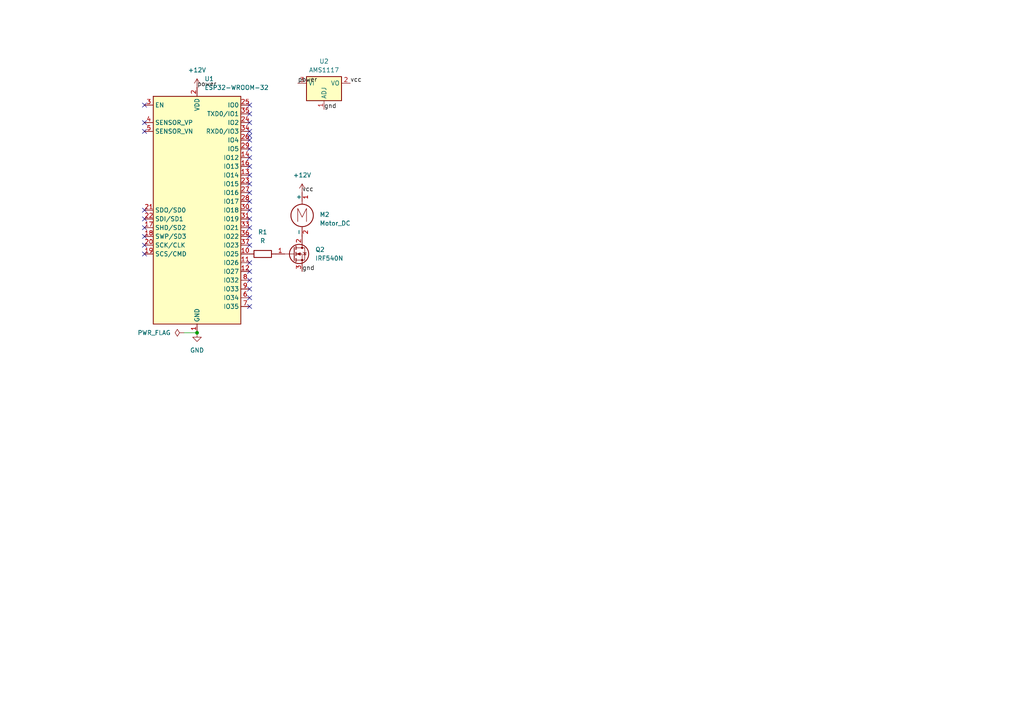
<source format=kicad_sch>
(kicad_sch
	(version 20250114)
	(generator "eeschema")
	(generator_version "9.0")
	(uuid "5505bf40-1627-4af4-8ec9-04f857d68b42")
	(paper "A4")
	(lib_symbols
		(symbol "Device:R"
			(pin_numbers
				(hide yes)
			)
			(pin_names
				(offset 0)
			)
			(exclude_from_sim no)
			(in_bom yes)
			(on_board yes)
			(property "Reference" "R"
				(at 2.032 0 90)
				(effects
					(font
						(size 1.27 1.27)
					)
				)
			)
			(property "Value" "R"
				(at 0 0 90)
				(effects
					(font
						(size 1.27 1.27)
					)
				)
			)
			(property "Footprint" ""
				(at -1.778 0 90)
				(effects
					(font
						(size 1.27 1.27)
					)
					(hide yes)
				)
			)
			(property "Datasheet" "~"
				(at 0 0 0)
				(effects
					(font
						(size 1.27 1.27)
					)
					(hide yes)
				)
			)
			(property "Description" "Resistor"
				(at 0 0 0)
				(effects
					(font
						(size 1.27 1.27)
					)
					(hide yes)
				)
			)
			(property "ki_keywords" "R res resistor"
				(at 0 0 0)
				(effects
					(font
						(size 1.27 1.27)
					)
					(hide yes)
				)
			)
			(property "ki_fp_filters" "R_*"
				(at 0 0 0)
				(effects
					(font
						(size 1.27 1.27)
					)
					(hide yes)
				)
			)
			(symbol "R_0_1"
				(rectangle
					(start -1.016 -2.54)
					(end 1.016 2.54)
					(stroke
						(width 0.254)
						(type default)
					)
					(fill
						(type none)
					)
				)
			)
			(symbol "R_1_1"
				(pin passive line
					(at 0 3.81 270)
					(length 1.27)
					(name "~"
						(effects
							(font
								(size 1.27 1.27)
							)
						)
					)
					(number "1"
						(effects
							(font
								(size 1.27 1.27)
							)
						)
					)
				)
				(pin passive line
					(at 0 -3.81 90)
					(length 1.27)
					(name "~"
						(effects
							(font
								(size 1.27 1.27)
							)
						)
					)
					(number "2"
						(effects
							(font
								(size 1.27 1.27)
							)
						)
					)
				)
			)
			(embedded_fonts no)
		)
		(symbol "Motor:Motor_DC"
			(pin_names
				(offset 0)
			)
			(exclude_from_sim no)
			(in_bom yes)
			(on_board yes)
			(property "Reference" "M"
				(at 2.54 2.54 0)
				(effects
					(font
						(size 1.27 1.27)
					)
					(justify left)
				)
			)
			(property "Value" "Motor_DC"
				(at 2.54 -5.08 0)
				(effects
					(font
						(size 1.27 1.27)
					)
					(justify left top)
				)
			)
			(property "Footprint" ""
				(at 0 -2.286 0)
				(effects
					(font
						(size 1.27 1.27)
					)
					(hide yes)
				)
			)
			(property "Datasheet" "~"
				(at 0 -2.286 0)
				(effects
					(font
						(size 1.27 1.27)
					)
					(hide yes)
				)
			)
			(property "Description" "DC Motor"
				(at 0 0 0)
				(effects
					(font
						(size 1.27 1.27)
					)
					(hide yes)
				)
			)
			(property "ki_keywords" "DC Motor"
				(at 0 0 0)
				(effects
					(font
						(size 1.27 1.27)
					)
					(hide yes)
				)
			)
			(property "ki_fp_filters" "PinHeader*P2.54mm* TerminalBlock*"
				(at 0 0 0)
				(effects
					(font
						(size 1.27 1.27)
					)
					(hide yes)
				)
			)
			(symbol "Motor_DC_0_0"
				(polyline
					(pts
						(xy -1.27 -3.302) (xy -1.27 0.508) (xy 0 -2.032) (xy 1.27 0.508) (xy 1.27 -3.302)
					)
					(stroke
						(width 0)
						(type default)
					)
					(fill
						(type none)
					)
				)
			)
			(symbol "Motor_DC_0_1"
				(polyline
					(pts
						(xy 0 2.032) (xy 0 2.54)
					)
					(stroke
						(width 0)
						(type default)
					)
					(fill
						(type none)
					)
				)
				(polyline
					(pts
						(xy 0 1.7272) (xy 0 2.0828)
					)
					(stroke
						(width 0)
						(type default)
					)
					(fill
						(type none)
					)
				)
				(circle
					(center 0 -1.524)
					(radius 3.2512)
					(stroke
						(width 0.254)
						(type default)
					)
					(fill
						(type none)
					)
				)
				(polyline
					(pts
						(xy 0 -4.7752) (xy 0 -5.1816)
					)
					(stroke
						(width 0)
						(type default)
					)
					(fill
						(type none)
					)
				)
				(polyline
					(pts
						(xy 0 -7.62) (xy 0 -7.112)
					)
					(stroke
						(width 0)
						(type default)
					)
					(fill
						(type none)
					)
				)
			)
			(symbol "Motor_DC_1_1"
				(pin passive line
					(at 0 5.08 270)
					(length 2.54)
					(name "+"
						(effects
							(font
								(size 1.27 1.27)
							)
						)
					)
					(number "1"
						(effects
							(font
								(size 1.27 1.27)
							)
						)
					)
				)
				(pin passive line
					(at 0 -7.62 90)
					(length 2.54)
					(name "-"
						(effects
							(font
								(size 1.27 1.27)
							)
						)
					)
					(number "2"
						(effects
							(font
								(size 1.27 1.27)
							)
						)
					)
				)
			)
			(embedded_fonts no)
		)
		(symbol "RF_Module:ESP32-WROOM-32"
			(exclude_from_sim no)
			(in_bom yes)
			(on_board yes)
			(property "Reference" "U"
				(at -12.7 34.29 0)
				(effects
					(font
						(size 1.27 1.27)
					)
					(justify left)
				)
			)
			(property "Value" "ESP32-WROOM-32"
				(at 1.27 34.29 0)
				(effects
					(font
						(size 1.27 1.27)
					)
					(justify left)
				)
			)
			(property "Footprint" "RF_Module:ESP32-WROOM-32"
				(at 0 -38.1 0)
				(effects
					(font
						(size 1.27 1.27)
					)
					(hide yes)
				)
			)
			(property "Datasheet" "https://www.espressif.com/sites/default/files/documentation/esp32-wroom-32_datasheet_en.pdf"
				(at -7.62 1.27 0)
				(effects
					(font
						(size 1.27 1.27)
					)
					(hide yes)
				)
			)
			(property "Description" "RF Module, ESP32-D0WDQ6 SoC, Wi-Fi 802.11b/g/n, Bluetooth, BLE, 32-bit, 2.7-3.6V, onboard antenna, SMD"
				(at 0 0 0)
				(effects
					(font
						(size 1.27 1.27)
					)
					(hide yes)
				)
			)
			(property "ki_keywords" "RF Radio BT ESP ESP32 Espressif onboard PCB antenna"
				(at 0 0 0)
				(effects
					(font
						(size 1.27 1.27)
					)
					(hide yes)
				)
			)
			(property "ki_fp_filters" "ESP32?WROOM?32*"
				(at 0 0 0)
				(effects
					(font
						(size 1.27 1.27)
					)
					(hide yes)
				)
			)
			(symbol "ESP32-WROOM-32_0_1"
				(rectangle
					(start -12.7 33.02)
					(end 12.7 -33.02)
					(stroke
						(width 0.254)
						(type default)
					)
					(fill
						(type background)
					)
				)
			)
			(symbol "ESP32-WROOM-32_1_1"
				(pin input line
					(at -15.24 30.48 0)
					(length 2.54)
					(name "EN"
						(effects
							(font
								(size 1.27 1.27)
							)
						)
					)
					(number "3"
						(effects
							(font
								(size 1.27 1.27)
							)
						)
					)
				)
				(pin input line
					(at -15.24 25.4 0)
					(length 2.54)
					(name "SENSOR_VP"
						(effects
							(font
								(size 1.27 1.27)
							)
						)
					)
					(number "4"
						(effects
							(font
								(size 1.27 1.27)
							)
						)
					)
				)
				(pin input line
					(at -15.24 22.86 0)
					(length 2.54)
					(name "SENSOR_VN"
						(effects
							(font
								(size 1.27 1.27)
							)
						)
					)
					(number "5"
						(effects
							(font
								(size 1.27 1.27)
							)
						)
					)
				)
				(pin bidirectional line
					(at -15.24 0 0)
					(length 2.54)
					(name "SDO/SD0"
						(effects
							(font
								(size 1.27 1.27)
							)
						)
					)
					(number "21"
						(effects
							(font
								(size 1.27 1.27)
							)
						)
					)
				)
				(pin bidirectional line
					(at -15.24 -2.54 0)
					(length 2.54)
					(name "SDI/SD1"
						(effects
							(font
								(size 1.27 1.27)
							)
						)
					)
					(number "22"
						(effects
							(font
								(size 1.27 1.27)
							)
						)
					)
				)
				(pin bidirectional line
					(at -15.24 -5.08 0)
					(length 2.54)
					(name "SHD/SD2"
						(effects
							(font
								(size 1.27 1.27)
							)
						)
					)
					(number "17"
						(effects
							(font
								(size 1.27 1.27)
							)
						)
					)
				)
				(pin bidirectional line
					(at -15.24 -7.62 0)
					(length 2.54)
					(name "SWP/SD3"
						(effects
							(font
								(size 1.27 1.27)
							)
						)
					)
					(number "18"
						(effects
							(font
								(size 1.27 1.27)
							)
						)
					)
				)
				(pin bidirectional line
					(at -15.24 -10.16 0)
					(length 2.54)
					(name "SCK/CLK"
						(effects
							(font
								(size 1.27 1.27)
							)
						)
					)
					(number "20"
						(effects
							(font
								(size 1.27 1.27)
							)
						)
					)
				)
				(pin bidirectional line
					(at -15.24 -12.7 0)
					(length 2.54)
					(name "SCS/CMD"
						(effects
							(font
								(size 1.27 1.27)
							)
						)
					)
					(number "19"
						(effects
							(font
								(size 1.27 1.27)
							)
						)
					)
				)
				(pin no_connect line
					(at -12.7 -27.94 0)
					(length 2.54)
					(hide yes)
					(name "NC"
						(effects
							(font
								(size 1.27 1.27)
							)
						)
					)
					(number "32"
						(effects
							(font
								(size 1.27 1.27)
							)
						)
					)
				)
				(pin power_in line
					(at 0 35.56 270)
					(length 2.54)
					(name "VDD"
						(effects
							(font
								(size 1.27 1.27)
							)
						)
					)
					(number "2"
						(effects
							(font
								(size 1.27 1.27)
							)
						)
					)
				)
				(pin power_in line
					(at 0 -35.56 90)
					(length 2.54)
					(name "GND"
						(effects
							(font
								(size 1.27 1.27)
							)
						)
					)
					(number "1"
						(effects
							(font
								(size 1.27 1.27)
							)
						)
					)
				)
				(pin passive line
					(at 0 -35.56 90)
					(length 2.54)
					(hide yes)
					(name "GND"
						(effects
							(font
								(size 1.27 1.27)
							)
						)
					)
					(number "15"
						(effects
							(font
								(size 1.27 1.27)
							)
						)
					)
				)
				(pin passive line
					(at 0 -35.56 90)
					(length 2.54)
					(hide yes)
					(name "GND"
						(effects
							(font
								(size 1.27 1.27)
							)
						)
					)
					(number "38"
						(effects
							(font
								(size 1.27 1.27)
							)
						)
					)
				)
				(pin passive line
					(at 0 -35.56 90)
					(length 2.54)
					(hide yes)
					(name "GND"
						(effects
							(font
								(size 1.27 1.27)
							)
						)
					)
					(number "39"
						(effects
							(font
								(size 1.27 1.27)
							)
						)
					)
				)
				(pin bidirectional line
					(at 15.24 30.48 180)
					(length 2.54)
					(name "IO0"
						(effects
							(font
								(size 1.27 1.27)
							)
						)
					)
					(number "25"
						(effects
							(font
								(size 1.27 1.27)
							)
						)
					)
				)
				(pin bidirectional line
					(at 15.24 27.94 180)
					(length 2.54)
					(name "TXD0/IO1"
						(effects
							(font
								(size 1.27 1.27)
							)
						)
					)
					(number "35"
						(effects
							(font
								(size 1.27 1.27)
							)
						)
					)
				)
				(pin bidirectional line
					(at 15.24 25.4 180)
					(length 2.54)
					(name "IO2"
						(effects
							(font
								(size 1.27 1.27)
							)
						)
					)
					(number "24"
						(effects
							(font
								(size 1.27 1.27)
							)
						)
					)
				)
				(pin bidirectional line
					(at 15.24 22.86 180)
					(length 2.54)
					(name "RXD0/IO3"
						(effects
							(font
								(size 1.27 1.27)
							)
						)
					)
					(number "34"
						(effects
							(font
								(size 1.27 1.27)
							)
						)
					)
				)
				(pin bidirectional line
					(at 15.24 20.32 180)
					(length 2.54)
					(name "IO4"
						(effects
							(font
								(size 1.27 1.27)
							)
						)
					)
					(number "26"
						(effects
							(font
								(size 1.27 1.27)
							)
						)
					)
				)
				(pin bidirectional line
					(at 15.24 17.78 180)
					(length 2.54)
					(name "IO5"
						(effects
							(font
								(size 1.27 1.27)
							)
						)
					)
					(number "29"
						(effects
							(font
								(size 1.27 1.27)
							)
						)
					)
				)
				(pin bidirectional line
					(at 15.24 15.24 180)
					(length 2.54)
					(name "IO12"
						(effects
							(font
								(size 1.27 1.27)
							)
						)
					)
					(number "14"
						(effects
							(font
								(size 1.27 1.27)
							)
						)
					)
				)
				(pin bidirectional line
					(at 15.24 12.7 180)
					(length 2.54)
					(name "IO13"
						(effects
							(font
								(size 1.27 1.27)
							)
						)
					)
					(number "16"
						(effects
							(font
								(size 1.27 1.27)
							)
						)
					)
				)
				(pin bidirectional line
					(at 15.24 10.16 180)
					(length 2.54)
					(name "IO14"
						(effects
							(font
								(size 1.27 1.27)
							)
						)
					)
					(number "13"
						(effects
							(font
								(size 1.27 1.27)
							)
						)
					)
				)
				(pin bidirectional line
					(at 15.24 7.62 180)
					(length 2.54)
					(name "IO15"
						(effects
							(font
								(size 1.27 1.27)
							)
						)
					)
					(number "23"
						(effects
							(font
								(size 1.27 1.27)
							)
						)
					)
				)
				(pin bidirectional line
					(at 15.24 5.08 180)
					(length 2.54)
					(name "IO16"
						(effects
							(font
								(size 1.27 1.27)
							)
						)
					)
					(number "27"
						(effects
							(font
								(size 1.27 1.27)
							)
						)
					)
				)
				(pin bidirectional line
					(at 15.24 2.54 180)
					(length 2.54)
					(name "IO17"
						(effects
							(font
								(size 1.27 1.27)
							)
						)
					)
					(number "28"
						(effects
							(font
								(size 1.27 1.27)
							)
						)
					)
				)
				(pin bidirectional line
					(at 15.24 0 180)
					(length 2.54)
					(name "IO18"
						(effects
							(font
								(size 1.27 1.27)
							)
						)
					)
					(number "30"
						(effects
							(font
								(size 1.27 1.27)
							)
						)
					)
				)
				(pin bidirectional line
					(at 15.24 -2.54 180)
					(length 2.54)
					(name "IO19"
						(effects
							(font
								(size 1.27 1.27)
							)
						)
					)
					(number "31"
						(effects
							(font
								(size 1.27 1.27)
							)
						)
					)
				)
				(pin bidirectional line
					(at 15.24 -5.08 180)
					(length 2.54)
					(name "IO21"
						(effects
							(font
								(size 1.27 1.27)
							)
						)
					)
					(number "33"
						(effects
							(font
								(size 1.27 1.27)
							)
						)
					)
				)
				(pin bidirectional line
					(at 15.24 -7.62 180)
					(length 2.54)
					(name "IO22"
						(effects
							(font
								(size 1.27 1.27)
							)
						)
					)
					(number "36"
						(effects
							(font
								(size 1.27 1.27)
							)
						)
					)
				)
				(pin bidirectional line
					(at 15.24 -10.16 180)
					(length 2.54)
					(name "IO23"
						(effects
							(font
								(size 1.27 1.27)
							)
						)
					)
					(number "37"
						(effects
							(font
								(size 1.27 1.27)
							)
						)
					)
				)
				(pin bidirectional line
					(at 15.24 -12.7 180)
					(length 2.54)
					(name "IO25"
						(effects
							(font
								(size 1.27 1.27)
							)
						)
					)
					(number "10"
						(effects
							(font
								(size 1.27 1.27)
							)
						)
					)
				)
				(pin bidirectional line
					(at 15.24 -15.24 180)
					(length 2.54)
					(name "IO26"
						(effects
							(font
								(size 1.27 1.27)
							)
						)
					)
					(number "11"
						(effects
							(font
								(size 1.27 1.27)
							)
						)
					)
				)
				(pin bidirectional line
					(at 15.24 -17.78 180)
					(length 2.54)
					(name "IO27"
						(effects
							(font
								(size 1.27 1.27)
							)
						)
					)
					(number "12"
						(effects
							(font
								(size 1.27 1.27)
							)
						)
					)
				)
				(pin bidirectional line
					(at 15.24 -20.32 180)
					(length 2.54)
					(name "IO32"
						(effects
							(font
								(size 1.27 1.27)
							)
						)
					)
					(number "8"
						(effects
							(font
								(size 1.27 1.27)
							)
						)
					)
				)
				(pin bidirectional line
					(at 15.24 -22.86 180)
					(length 2.54)
					(name "IO33"
						(effects
							(font
								(size 1.27 1.27)
							)
						)
					)
					(number "9"
						(effects
							(font
								(size 1.27 1.27)
							)
						)
					)
				)
				(pin input line
					(at 15.24 -25.4 180)
					(length 2.54)
					(name "IO34"
						(effects
							(font
								(size 1.27 1.27)
							)
						)
					)
					(number "6"
						(effects
							(font
								(size 1.27 1.27)
							)
						)
					)
				)
				(pin input line
					(at 15.24 -27.94 180)
					(length 2.54)
					(name "IO35"
						(effects
							(font
								(size 1.27 1.27)
							)
						)
					)
					(number "7"
						(effects
							(font
								(size 1.27 1.27)
							)
						)
					)
				)
			)
			(embedded_fonts no)
		)
		(symbol "Regulator_Linear:AMS1117"
			(exclude_from_sim no)
			(in_bom yes)
			(on_board yes)
			(property "Reference" "U"
				(at -3.81 3.175 0)
				(effects
					(font
						(size 1.27 1.27)
					)
				)
			)
			(property "Value" "AMS1117"
				(at 0 3.175 0)
				(effects
					(font
						(size 1.27 1.27)
					)
					(justify left)
				)
			)
			(property "Footprint" "Package_TO_SOT_SMD:SOT-223-3_TabPin2"
				(at 0 5.08 0)
				(effects
					(font
						(size 1.27 1.27)
					)
					(hide yes)
				)
			)
			(property "Datasheet" "http://www.advanced-monolithic.com/pdf/ds1117.pdf"
				(at 2.54 -6.35 0)
				(effects
					(font
						(size 1.27 1.27)
					)
					(hide yes)
				)
			)
			(property "Description" "1A Low Dropout regulator, positive, adjustable output, SOT-223"
				(at 0 0 0)
				(effects
					(font
						(size 1.27 1.27)
					)
					(hide yes)
				)
			)
			(property "ki_keywords" "linear regulator ldo adjustable positive"
				(at 0 0 0)
				(effects
					(font
						(size 1.27 1.27)
					)
					(hide yes)
				)
			)
			(property "ki_fp_filters" "SOT?223*TabPin2*"
				(at 0 0 0)
				(effects
					(font
						(size 1.27 1.27)
					)
					(hide yes)
				)
			)
			(symbol "AMS1117_0_1"
				(rectangle
					(start -5.08 -5.08)
					(end 5.08 1.905)
					(stroke
						(width 0.254)
						(type default)
					)
					(fill
						(type background)
					)
				)
			)
			(symbol "AMS1117_1_1"
				(pin power_in line
					(at -7.62 0 0)
					(length 2.54)
					(name "VI"
						(effects
							(font
								(size 1.27 1.27)
							)
						)
					)
					(number "3"
						(effects
							(font
								(size 1.27 1.27)
							)
						)
					)
				)
				(pin input line
					(at 0 -7.62 90)
					(length 2.54)
					(name "ADJ"
						(effects
							(font
								(size 1.27 1.27)
							)
						)
					)
					(number "1"
						(effects
							(font
								(size 1.27 1.27)
							)
						)
					)
				)
				(pin power_out line
					(at 7.62 0 180)
					(length 2.54)
					(name "VO"
						(effects
							(font
								(size 1.27 1.27)
							)
						)
					)
					(number "2"
						(effects
							(font
								(size 1.27 1.27)
							)
						)
					)
				)
			)
			(embedded_fonts no)
		)
		(symbol "Transistor_FET:IRF540N"
			(pin_names
				(hide yes)
			)
			(exclude_from_sim no)
			(in_bom yes)
			(on_board yes)
			(property "Reference" "Q"
				(at 5.08 1.905 0)
				(effects
					(font
						(size 1.27 1.27)
					)
					(justify left)
				)
			)
			(property "Value" "IRF540N"
				(at 5.08 0 0)
				(effects
					(font
						(size 1.27 1.27)
					)
					(justify left)
				)
			)
			(property "Footprint" "Package_TO_SOT_THT:TO-220-3_Vertical"
				(at 5.08 -1.905 0)
				(effects
					(font
						(size 1.27 1.27)
						(italic yes)
					)
					(justify left)
					(hide yes)
				)
			)
			(property "Datasheet" "http://www.irf.com/product-info/datasheets/data/irf540n.pdf"
				(at 5.08 -3.81 0)
				(effects
					(font
						(size 1.27 1.27)
					)
					(justify left)
					(hide yes)
				)
			)
			(property "Description" "33A Id, 100V Vds, HEXFET N-Channel MOSFET, TO-220"
				(at 0 0 0)
				(effects
					(font
						(size 1.27 1.27)
					)
					(hide yes)
				)
			)
			(property "ki_keywords" "HEXFET N-Channel MOSFET"
				(at 0 0 0)
				(effects
					(font
						(size 1.27 1.27)
					)
					(hide yes)
				)
			)
			(property "ki_fp_filters" "TO?220*"
				(at 0 0 0)
				(effects
					(font
						(size 1.27 1.27)
					)
					(hide yes)
				)
			)
			(symbol "IRF540N_0_1"
				(polyline
					(pts
						(xy 0.254 1.905) (xy 0.254 -1.905)
					)
					(stroke
						(width 0.254)
						(type default)
					)
					(fill
						(type none)
					)
				)
				(polyline
					(pts
						(xy 0.254 0) (xy -2.54 0)
					)
					(stroke
						(width 0)
						(type default)
					)
					(fill
						(type none)
					)
				)
				(polyline
					(pts
						(xy 0.762 2.286) (xy 0.762 1.27)
					)
					(stroke
						(width 0.254)
						(type default)
					)
					(fill
						(type none)
					)
				)
				(polyline
					(pts
						(xy 0.762 0.508) (xy 0.762 -0.508)
					)
					(stroke
						(width 0.254)
						(type default)
					)
					(fill
						(type none)
					)
				)
				(polyline
					(pts
						(xy 0.762 -1.27) (xy 0.762 -2.286)
					)
					(stroke
						(width 0.254)
						(type default)
					)
					(fill
						(type none)
					)
				)
				(polyline
					(pts
						(xy 0.762 -1.778) (xy 3.302 -1.778) (xy 3.302 1.778) (xy 0.762 1.778)
					)
					(stroke
						(width 0)
						(type default)
					)
					(fill
						(type none)
					)
				)
				(polyline
					(pts
						(xy 1.016 0) (xy 2.032 0.381) (xy 2.032 -0.381) (xy 1.016 0)
					)
					(stroke
						(width 0)
						(type default)
					)
					(fill
						(type outline)
					)
				)
				(circle
					(center 1.651 0)
					(radius 2.794)
					(stroke
						(width 0.254)
						(type default)
					)
					(fill
						(type none)
					)
				)
				(polyline
					(pts
						(xy 2.54 2.54) (xy 2.54 1.778)
					)
					(stroke
						(width 0)
						(type default)
					)
					(fill
						(type none)
					)
				)
				(circle
					(center 2.54 1.778)
					(radius 0.254)
					(stroke
						(width 0)
						(type default)
					)
					(fill
						(type outline)
					)
				)
				(circle
					(center 2.54 -1.778)
					(radius 0.254)
					(stroke
						(width 0)
						(type default)
					)
					(fill
						(type outline)
					)
				)
				(polyline
					(pts
						(xy 2.54 -2.54) (xy 2.54 0) (xy 0.762 0)
					)
					(stroke
						(width 0)
						(type default)
					)
					(fill
						(type none)
					)
				)
				(polyline
					(pts
						(xy 2.794 0.508) (xy 2.921 0.381) (xy 3.683 0.381) (xy 3.81 0.254)
					)
					(stroke
						(width 0)
						(type default)
					)
					(fill
						(type none)
					)
				)
				(polyline
					(pts
						(xy 3.302 0.381) (xy 2.921 -0.254) (xy 3.683 -0.254) (xy 3.302 0.381)
					)
					(stroke
						(width 0)
						(type default)
					)
					(fill
						(type none)
					)
				)
			)
			(symbol "IRF540N_1_1"
				(pin input line
					(at -5.08 0 0)
					(length 2.54)
					(name "G"
						(effects
							(font
								(size 1.27 1.27)
							)
						)
					)
					(number "1"
						(effects
							(font
								(size 1.27 1.27)
							)
						)
					)
				)
				(pin passive line
					(at 2.54 5.08 270)
					(length 2.54)
					(name "D"
						(effects
							(font
								(size 1.27 1.27)
							)
						)
					)
					(number "2"
						(effects
							(font
								(size 1.27 1.27)
							)
						)
					)
				)
				(pin passive line
					(at 2.54 -5.08 90)
					(length 2.54)
					(name "S"
						(effects
							(font
								(size 1.27 1.27)
							)
						)
					)
					(number "3"
						(effects
							(font
								(size 1.27 1.27)
							)
						)
					)
				)
			)
			(embedded_fonts no)
		)
		(symbol "power:+12V"
			(power)
			(pin_numbers
				(hide yes)
			)
			(pin_names
				(offset 0)
				(hide yes)
			)
			(exclude_from_sim no)
			(in_bom yes)
			(on_board yes)
			(property "Reference" "#PWR"
				(at 0 -3.81 0)
				(effects
					(font
						(size 1.27 1.27)
					)
					(hide yes)
				)
			)
			(property "Value" "+12V"
				(at 0 3.556 0)
				(effects
					(font
						(size 1.27 1.27)
					)
				)
			)
			(property "Footprint" ""
				(at 0 0 0)
				(effects
					(font
						(size 1.27 1.27)
					)
					(hide yes)
				)
			)
			(property "Datasheet" ""
				(at 0 0 0)
				(effects
					(font
						(size 1.27 1.27)
					)
					(hide yes)
				)
			)
			(property "Description" "Power symbol creates a global label with name \"+12V\""
				(at 0 0 0)
				(effects
					(font
						(size 1.27 1.27)
					)
					(hide yes)
				)
			)
			(property "ki_keywords" "global power"
				(at 0 0 0)
				(effects
					(font
						(size 1.27 1.27)
					)
					(hide yes)
				)
			)
			(symbol "+12V_0_1"
				(polyline
					(pts
						(xy -0.762 1.27) (xy 0 2.54)
					)
					(stroke
						(width 0)
						(type default)
					)
					(fill
						(type none)
					)
				)
				(polyline
					(pts
						(xy 0 2.54) (xy 0.762 1.27)
					)
					(stroke
						(width 0)
						(type default)
					)
					(fill
						(type none)
					)
				)
				(polyline
					(pts
						(xy 0 0) (xy 0 2.54)
					)
					(stroke
						(width 0)
						(type default)
					)
					(fill
						(type none)
					)
				)
			)
			(symbol "+12V_1_1"
				(pin power_in line
					(at 0 0 90)
					(length 0)
					(name "~"
						(effects
							(font
								(size 1.27 1.27)
							)
						)
					)
					(number "1"
						(effects
							(font
								(size 1.27 1.27)
							)
						)
					)
				)
			)
			(embedded_fonts no)
		)
		(symbol "power:GND"
			(power)
			(pin_numbers
				(hide yes)
			)
			(pin_names
				(offset 0)
				(hide yes)
			)
			(exclude_from_sim no)
			(in_bom yes)
			(on_board yes)
			(property "Reference" "#PWR"
				(at 0 -6.35 0)
				(effects
					(font
						(size 1.27 1.27)
					)
					(hide yes)
				)
			)
			(property "Value" "GND"
				(at 0 -3.81 0)
				(effects
					(font
						(size 1.27 1.27)
					)
				)
			)
			(property "Footprint" ""
				(at 0 0 0)
				(effects
					(font
						(size 1.27 1.27)
					)
					(hide yes)
				)
			)
			(property "Datasheet" ""
				(at 0 0 0)
				(effects
					(font
						(size 1.27 1.27)
					)
					(hide yes)
				)
			)
			(property "Description" "Power symbol creates a global label with name \"GND\" , ground"
				(at 0 0 0)
				(effects
					(font
						(size 1.27 1.27)
					)
					(hide yes)
				)
			)
			(property "ki_keywords" "global power"
				(at 0 0 0)
				(effects
					(font
						(size 1.27 1.27)
					)
					(hide yes)
				)
			)
			(symbol "GND_0_1"
				(polyline
					(pts
						(xy 0 0) (xy 0 -1.27) (xy 1.27 -1.27) (xy 0 -2.54) (xy -1.27 -1.27) (xy 0 -1.27)
					)
					(stroke
						(width 0)
						(type default)
					)
					(fill
						(type none)
					)
				)
			)
			(symbol "GND_1_1"
				(pin power_in line
					(at 0 0 270)
					(length 0)
					(name "~"
						(effects
							(font
								(size 1.27 1.27)
							)
						)
					)
					(number "1"
						(effects
							(font
								(size 1.27 1.27)
							)
						)
					)
				)
			)
			(embedded_fonts no)
		)
		(symbol "power:PWR_FLAG"
			(power)
			(pin_numbers
				(hide yes)
			)
			(pin_names
				(offset 0)
				(hide yes)
			)
			(exclude_from_sim no)
			(in_bom yes)
			(on_board yes)
			(property "Reference" "#FLG"
				(at 0 1.905 0)
				(effects
					(font
						(size 1.27 1.27)
					)
					(hide yes)
				)
			)
			(property "Value" "PWR_FLAG"
				(at 0 3.81 0)
				(effects
					(font
						(size 1.27 1.27)
					)
				)
			)
			(property "Footprint" ""
				(at 0 0 0)
				(effects
					(font
						(size 1.27 1.27)
					)
					(hide yes)
				)
			)
			(property "Datasheet" "~"
				(at 0 0 0)
				(effects
					(font
						(size 1.27 1.27)
					)
					(hide yes)
				)
			)
			(property "Description" "Special symbol for telling ERC where power comes from"
				(at 0 0 0)
				(effects
					(font
						(size 1.27 1.27)
					)
					(hide yes)
				)
			)
			(property "ki_keywords" "flag power"
				(at 0 0 0)
				(effects
					(font
						(size 1.27 1.27)
					)
					(hide yes)
				)
			)
			(symbol "PWR_FLAG_0_0"
				(pin power_out line
					(at 0 0 90)
					(length 0)
					(name "~"
						(effects
							(font
								(size 1.27 1.27)
							)
						)
					)
					(number "1"
						(effects
							(font
								(size 1.27 1.27)
							)
						)
					)
				)
			)
			(symbol "PWR_FLAG_0_1"
				(polyline
					(pts
						(xy 0 0) (xy 0 1.27) (xy -1.016 1.905) (xy 0 2.54) (xy 1.016 1.905) (xy 0 1.27)
					)
					(stroke
						(width 0)
						(type default)
					)
					(fill
						(type none)
					)
				)
			)
			(embedded_fonts no)
		)
	)
	(junction
		(at 57.15 96.52)
		(diameter 0)
		(color 0 0 0 0)
		(uuid "1855f070-3284-4559-b889-05f22b6da1c9")
	)
	(no_connect
		(at 72.39 63.5)
		(uuid "02f9632c-5daa-4767-b010-27e09067afae")
	)
	(no_connect
		(at 72.39 48.26)
		(uuid "051ee91b-d65c-476c-8ef0-7ebc8bffb5de")
	)
	(no_connect
		(at 41.91 73.66)
		(uuid "0d1b1684-ed0e-4e30-8d8e-5a1533d0d63e")
	)
	(no_connect
		(at 72.39 50.8)
		(uuid "0f532fcf-bef4-402b-86ed-4d167481b77d")
	)
	(no_connect
		(at 72.39 60.96)
		(uuid "12f06d1f-3d78-4766-a8ef-ab47fcbb5249")
	)
	(no_connect
		(at 72.39 83.82)
		(uuid "31054fd0-8067-4747-8937-a6e01393a295")
	)
	(no_connect
		(at 41.91 38.1)
		(uuid "3a593cd3-5675-4b9d-a0b9-5fa51b4a91f4")
	)
	(no_connect
		(at 72.39 45.72)
		(uuid "42bdc577-03ef-444f-a0d7-b5d61808d0ee")
	)
	(no_connect
		(at 41.91 35.56)
		(uuid "4bfbed6a-9ca1-4a9c-a4fc-4e4e0dec21e1")
	)
	(no_connect
		(at 72.39 30.48)
		(uuid "6b8cf4d9-7006-40bc-93ae-2a012c86d0a9")
	)
	(no_connect
		(at 72.39 58.42)
		(uuid "78be6837-d74d-494e-93f5-95069f510bec")
	)
	(no_connect
		(at 41.91 63.5)
		(uuid "877b3534-af87-4a27-a1b4-71ab74c4a6e8")
	)
	(no_connect
		(at 72.39 81.28)
		(uuid "90def8fb-b2e4-4107-85ad-1a68df956b07")
	)
	(no_connect
		(at 41.91 68.58)
		(uuid "914486bf-2b2e-417f-ac6d-3ec1e4302120")
	)
	(no_connect
		(at 72.39 55.88)
		(uuid "966ba46b-900e-4246-8fe0-8d58c56ce22f")
	)
	(no_connect
		(at 72.39 76.2)
		(uuid "99ae526a-592d-4b54-80dd-2c74cedb54c1")
	)
	(no_connect
		(at 41.91 30.48)
		(uuid "9be9b120-6c8b-47c0-8db9-1bb581d7124d")
	)
	(no_connect
		(at 72.39 86.36)
		(uuid "a3e39f28-4454-4e2c-8d16-ff8387fe8c52")
	)
	(no_connect
		(at 72.39 66.04)
		(uuid "c34d3565-3ffb-4141-91ca-fcbe7c333fae")
	)
	(no_connect
		(at 41.91 60.96)
		(uuid "c45e30d6-8ef3-4695-a75a-0fc8f72875a0")
	)
	(no_connect
		(at 72.39 68.58)
		(uuid "c5704620-6696-4843-ba5a-b10b1b1e1229")
	)
	(no_connect
		(at 72.39 88.9)
		(uuid "c8f4c685-c8b2-4798-9ecd-f29730bc0931")
	)
	(no_connect
		(at 72.39 33.02)
		(uuid "c93cfb56-2ff2-49d5-a4d0-d8869c84b2f7")
	)
	(no_connect
		(at 72.39 78.74)
		(uuid "ca71aff3-0264-4e1b-807e-0f6c11520c1e")
	)
	(no_connect
		(at 72.39 38.1)
		(uuid "cb0fd1dc-980e-4c39-90f4-f44a7f914aa1")
	)
	(no_connect
		(at 72.39 35.56)
		(uuid "cc057f82-0087-4c7b-847e-2808df572182")
	)
	(no_connect
		(at 72.39 39.37)
		(uuid "eac8b56a-4f7e-4565-a470-8ce3b1c65782")
	)
	(no_connect
		(at 41.91 66.04)
		(uuid "ec49ee55-fc31-40ee-8256-c97beb631bd0")
	)
	(no_connect
		(at 72.39 53.34)
		(uuid "ed9d3d8b-94d7-4fa0-b3ee-8c31fb2df1a6")
	)
	(no_connect
		(at 72.39 43.18)
		(uuid "f5c361b7-147e-4498-a3e2-410f3665b946")
	)
	(no_connect
		(at 72.39 71.12)
		(uuid "f9804600-e232-4fff-9399-e3ce8635bc1a")
	)
	(no_connect
		(at 72.39 40.64)
		(uuid "fd39909f-a172-42d6-9cc3-c15de78c157b")
	)
	(no_connect
		(at 41.91 71.12)
		(uuid "ffa7b9c2-52d6-4cc1-80f5-ac7cb18a2c21")
	)
	(wire
		(pts
			(xy 53.34 96.52) (xy 57.15 96.52)
		)
		(stroke
			(width 0)
			(type default)
		)
		(uuid "de904ad8-297a-4556-8791-d2f71eb00f14")
	)
	(label "vcc"
		(at 101.6 24.13 0)
		(effects
			(font
				(size 1.27 1.27)
			)
			(justify left bottom)
		)
		(uuid "1ad0c2d2-14b8-466f-be00-f7a35f467242")
	)
	(label "gnd"
		(at 87.63 78.74 0)
		(effects
			(font
				(size 1.27 1.27)
			)
			(justify left bottom)
		)
		(uuid "5512a709-7828-45a2-8eed-c801775a70ca")
	)
	(label "gnd"
		(at 93.98 31.75 0)
		(effects
			(font
				(size 1.27 1.27)
			)
			(justify left bottom)
		)
		(uuid "7111289f-e7eb-425c-9bcd-7e02bc5eb5e8")
	)
	(label "vcc"
		(at 87.63 55.88 0)
		(effects
			(font
				(size 1.27 1.27)
			)
			(justify left bottom)
		)
		(uuid "be35a920-bc46-46a3-988b-38fc30048048")
	)
	(label "power"
		(at 86.36 24.13 0)
		(effects
			(font
				(size 1.27 1.27)
			)
			(justify left bottom)
		)
		(uuid "d1b5d7a6-38f2-4e82-8e62-681d16678090")
	)
	(label "power"
		(at 57.15 25.4 0)
		(effects
			(font
				(size 1.27 1.27)
			)
			(justify left bottom)
		)
		(uuid "ff80a561-edca-4e2a-b2da-7e8ee0df90f4")
	)
	(symbol
		(lib_id "power:+12V")
		(at 57.15 25.4 0)
		(unit 1)
		(exclude_from_sim no)
		(in_bom yes)
		(on_board yes)
		(dnp no)
		(fields_autoplaced yes)
		(uuid "29917493-65e3-4714-b9be-da941c07d028")
		(property "Reference" "#PWR03"
			(at 57.15 29.21 0)
			(effects
				(font
					(size 1.27 1.27)
				)
				(hide yes)
			)
		)
		(property "Value" "+12V"
			(at 57.15 20.32 0)
			(effects
				(font
					(size 1.27 1.27)
				)
			)
		)
		(property "Footprint" ""
			(at 57.15 25.4 0)
			(effects
				(font
					(size 1.27 1.27)
				)
				(hide yes)
			)
		)
		(property "Datasheet" ""
			(at 57.15 25.4 0)
			(effects
				(font
					(size 1.27 1.27)
				)
				(hide yes)
			)
		)
		(property "Description" "Power symbol creates a global label with name \"+12V\""
			(at 57.15 25.4 0)
			(effects
				(font
					(size 1.27 1.27)
				)
				(hide yes)
			)
		)
		(pin "1"
			(uuid "f86a8cda-4058-4127-a79e-b9e4b8242295")
		)
		(instances
			(project ""
				(path "/5505bf40-1627-4af4-8ec9-04f857d68b42"
					(reference "#PWR03")
					(unit 1)
				)
			)
		)
	)
	(symbol
		(lib_id "Device:R")
		(at 76.2 73.66 90)
		(unit 1)
		(exclude_from_sim no)
		(in_bom yes)
		(on_board yes)
		(dnp no)
		(fields_autoplaced yes)
		(uuid "506e87c4-ef13-4608-b30e-8c253daf446a")
		(property "Reference" "R1"
			(at 76.2 67.31 90)
			(effects
				(font
					(size 1.27 1.27)
				)
			)
		)
		(property "Value" "R"
			(at 76.2 69.85 90)
			(effects
				(font
					(size 1.27 1.27)
				)
			)
		)
		(property "Footprint" "Resistor_SMD:R_0201_0603Metric"
			(at 76.2 75.438 90)
			(effects
				(font
					(size 1.27 1.27)
				)
				(hide yes)
			)
		)
		(property "Datasheet" "~"
			(at 76.2 73.66 0)
			(effects
				(font
					(size 1.27 1.27)
				)
				(hide yes)
			)
		)
		(property "Description" "Resistor"
			(at 76.2 73.66 0)
			(effects
				(font
					(size 1.27 1.27)
				)
				(hide yes)
			)
		)
		(pin "1"
			(uuid "322bd77d-504b-44c0-8b6f-800bd3572ff6")
		)
		(pin "2"
			(uuid "9e4c5760-13f7-4f27-ba8b-8e538a36dfd9")
		)
		(instances
			(project ""
				(path "/5505bf40-1627-4af4-8ec9-04f857d68b42"
					(reference "R1")
					(unit 1)
				)
			)
		)
	)
	(symbol
		(lib_id "Motor:Motor_DC")
		(at 87.63 60.96 0)
		(unit 1)
		(exclude_from_sim no)
		(in_bom yes)
		(on_board yes)
		(dnp no)
		(fields_autoplaced yes)
		(uuid "5ed190a1-11b5-42e3-b35a-23b75eeb48bc")
		(property "Reference" "M2"
			(at 92.71 62.2299 0)
			(effects
				(font
					(size 1.27 1.27)
				)
				(justify left)
			)
		)
		(property "Value" "Motor_DC"
			(at 92.71 64.7699 0)
			(effects
				(font
					(size 1.27 1.27)
				)
				(justify left)
			)
		)
		(property "Footprint" "TerminalBlock_RND:TerminalBlock_RND_205-00232_1x02_P5.08mm_Horizontal"
			(at 87.63 63.246 0)
			(effects
				(font
					(size 1.27 1.27)
				)
				(hide yes)
			)
		)
		(property "Datasheet" "~"
			(at 87.63 63.246 0)
			(effects
				(font
					(size 1.27 1.27)
				)
				(hide yes)
			)
		)
		(property "Description" "DC Motor"
			(at 87.63 60.96 0)
			(effects
				(font
					(size 1.27 1.27)
				)
				(hide yes)
			)
		)
		(pin "2"
			(uuid "5ab376ad-9885-4023-a589-83016e2cfb3f")
		)
		(pin "1"
			(uuid "4ad5d441-7fca-4cba-bef9-f743691b3994")
		)
		(instances
			(project ""
				(path "/5505bf40-1627-4af4-8ec9-04f857d68b42"
					(reference "M2")
					(unit 1)
				)
			)
		)
	)
	(symbol
		(lib_id "power:PWR_FLAG")
		(at 53.34 96.52 90)
		(unit 1)
		(exclude_from_sim no)
		(in_bom yes)
		(on_board yes)
		(dnp no)
		(fields_autoplaced yes)
		(uuid "75e44eca-3901-4774-9121-b1f494b7d5c0")
		(property "Reference" "#FLG02"
			(at 51.435 96.52 0)
			(effects
				(font
					(size 1.27 1.27)
				)
				(hide yes)
			)
		)
		(property "Value" "PWR_FLAG"
			(at 49.53 96.5199 90)
			(effects
				(font
					(size 1.27 1.27)
				)
				(justify left)
			)
		)
		(property "Footprint" ""
			(at 53.34 96.52 0)
			(effects
				(font
					(size 1.27 1.27)
				)
				(hide yes)
			)
		)
		(property "Datasheet" "~"
			(at 53.34 96.52 0)
			(effects
				(font
					(size 1.27 1.27)
				)
				(hide yes)
			)
		)
		(property "Description" "Special symbol for telling ERC where power comes from"
			(at 53.34 96.52 0)
			(effects
				(font
					(size 1.27 1.27)
				)
				(hide yes)
			)
		)
		(pin "1"
			(uuid "d82e3391-69b1-4f84-8dc6-f7a4aad930b7")
		)
		(instances
			(project ""
				(path "/5505bf40-1627-4af4-8ec9-04f857d68b42"
					(reference "#FLG02")
					(unit 1)
				)
			)
		)
	)
	(symbol
		(lib_id "Transistor_FET:IRF540N")
		(at 85.09 73.66 0)
		(unit 1)
		(exclude_from_sim no)
		(in_bom yes)
		(on_board yes)
		(dnp no)
		(fields_autoplaced yes)
		(uuid "8a69b845-89fe-475e-9ec0-cf4c29b55f45")
		(property "Reference" "Q2"
			(at 91.44 72.3899 0)
			(effects
				(font
					(size 1.27 1.27)
				)
				(justify left)
			)
		)
		(property "Value" "IRF540N"
			(at 91.44 74.9299 0)
			(effects
				(font
					(size 1.27 1.27)
				)
				(justify left)
			)
		)
		(property "Footprint" "Package_TO_SOT_THT:TO-220-3_Vertical"
			(at 90.17 75.565 0)
			(effects
				(font
					(size 1.27 1.27)
					(italic yes)
				)
				(justify left)
				(hide yes)
			)
		)
		(property "Datasheet" "http://www.irf.com/product-info/datasheets/data/irf540n.pdf"
			(at 90.17 77.47 0)
			(effects
				(font
					(size 1.27 1.27)
				)
				(justify left)
				(hide yes)
			)
		)
		(property "Description" "33A Id, 100V Vds, HEXFET N-Channel MOSFET, TO-220"
			(at 85.09 73.66 0)
			(effects
				(font
					(size 1.27 1.27)
				)
				(hide yes)
			)
		)
		(pin "3"
			(uuid "7861678c-7b3f-4169-95b1-bcecc4627246")
		)
		(pin "1"
			(uuid "ff32beb0-07b1-4297-968d-45c11d1cd1c8")
		)
		(pin "2"
			(uuid "eab89ada-534a-4450-89d0-8e8bdebad0b1")
		)
		(instances
			(project ""
				(path "/5505bf40-1627-4af4-8ec9-04f857d68b42"
					(reference "Q2")
					(unit 1)
				)
			)
		)
	)
	(symbol
		(lib_id "power:+12V")
		(at 87.63 55.88 0)
		(unit 1)
		(exclude_from_sim no)
		(in_bom yes)
		(on_board yes)
		(dnp no)
		(fields_autoplaced yes)
		(uuid "ab436724-b7a4-4599-a7b4-cdb33ff02039")
		(property "Reference" "#PWR01"
			(at 87.63 59.69 0)
			(effects
				(font
					(size 1.27 1.27)
				)
				(hide yes)
			)
		)
		(property "Value" "+12V"
			(at 87.63 50.8 0)
			(effects
				(font
					(size 1.27 1.27)
				)
			)
		)
		(property "Footprint" ""
			(at 87.63 55.88 0)
			(effects
				(font
					(size 1.27 1.27)
				)
				(hide yes)
			)
		)
		(property "Datasheet" ""
			(at 87.63 55.88 0)
			(effects
				(font
					(size 1.27 1.27)
				)
				(hide yes)
			)
		)
		(property "Description" "Power symbol creates a global label with name \"+12V\""
			(at 87.63 55.88 0)
			(effects
				(font
					(size 1.27 1.27)
				)
				(hide yes)
			)
		)
		(pin "1"
			(uuid "402afd3c-efdd-4f06-ae24-9fa96110db7f")
		)
		(instances
			(project ""
				(path "/5505bf40-1627-4af4-8ec9-04f857d68b42"
					(reference "#PWR01")
					(unit 1)
				)
			)
		)
	)
	(symbol
		(lib_id "power:GND")
		(at 57.15 96.52 0)
		(unit 1)
		(exclude_from_sim no)
		(in_bom yes)
		(on_board yes)
		(dnp no)
		(fields_autoplaced yes)
		(uuid "aee8275b-4ca4-4f60-bbf9-09bb1224a5b9")
		(property "Reference" "#PWR02"
			(at 57.15 102.87 0)
			(effects
				(font
					(size 1.27 1.27)
				)
				(hide yes)
			)
		)
		(property "Value" "GND"
			(at 57.15 101.6 0)
			(effects
				(font
					(size 1.27 1.27)
				)
			)
		)
		(property "Footprint" ""
			(at 57.15 96.52 0)
			(effects
				(font
					(size 1.27 1.27)
				)
				(hide yes)
			)
		)
		(property "Datasheet" ""
			(at 57.15 96.52 0)
			(effects
				(font
					(size 1.27 1.27)
				)
				(hide yes)
			)
		)
		(property "Description" "Power symbol creates a global label with name \"GND\" , ground"
			(at 57.15 96.52 0)
			(effects
				(font
					(size 1.27 1.27)
				)
				(hide yes)
			)
		)
		(pin "1"
			(uuid "e8cb490f-cb80-40d4-9593-76555b2b20f6")
		)
		(instances
			(project ""
				(path "/5505bf40-1627-4af4-8ec9-04f857d68b42"
					(reference "#PWR02")
					(unit 1)
				)
			)
		)
	)
	(symbol
		(lib_id "RF_Module:ESP32-WROOM-32")
		(at 57.15 60.96 0)
		(unit 1)
		(exclude_from_sim no)
		(in_bom yes)
		(on_board yes)
		(dnp no)
		(fields_autoplaced yes)
		(uuid "e64064aa-ae50-4fc4-ad93-10f743c232d1")
		(property "Reference" "U1"
			(at 59.2933 22.86 0)
			(effects
				(font
					(size 1.27 1.27)
				)
				(justify left)
			)
		)
		(property "Value" "ESP32-WROOM-32"
			(at 59.2933 25.4 0)
			(effects
				(font
					(size 1.27 1.27)
				)
				(justify left)
			)
		)
		(property "Footprint" "RF_Module:ESP32-WROOM-32"
			(at 57.15 99.06 0)
			(effects
				(font
					(size 1.27 1.27)
				)
				(hide yes)
			)
		)
		(property "Datasheet" "https://www.espressif.com/sites/default/files/documentation/esp32-wroom-32_datasheet_en.pdf"
			(at 49.53 59.69 0)
			(effects
				(font
					(size 1.27 1.27)
				)
				(hide yes)
			)
		)
		(property "Description" "RF Module, ESP32-D0WDQ6 SoC, Wi-Fi 802.11b/g/n, Bluetooth, BLE, 32-bit, 2.7-3.6V, onboard antenna, SMD"
			(at 57.15 60.96 0)
			(effects
				(font
					(size 1.27 1.27)
				)
				(hide yes)
			)
		)
		(pin "29"
			(uuid "ef8c8e41-6348-4d64-b629-f4a44a369a01")
		)
		(pin "25"
			(uuid "1ad67263-2bbe-4fc6-9db1-1f4faaa98eba")
		)
		(pin "2"
			(uuid "eabc7aaf-2ad3-429b-bd17-f69cc4ef2171")
		)
		(pin "38"
			(uuid "b8e55781-2e9a-43c5-9686-d7adfd27e40e")
		)
		(pin "5"
			(uuid "422719a2-55ec-4eb6-b7c0-ff7e539c5249")
		)
		(pin "21"
			(uuid "bf177110-2cc2-4693-990e-488abfeb8fdf")
		)
		(pin "22"
			(uuid "d25c3c46-f7a5-4bb9-b11a-bef53bd7a83c")
		)
		(pin "3"
			(uuid "a8f542e7-fb83-49cf-a54c-faed4424982c")
		)
		(pin "17"
			(uuid "1ff17797-4cc0-4272-8611-f366ea75aeb2")
		)
		(pin "18"
			(uuid "a52e83a5-741c-44e8-bea2-51df649e42d2")
		)
		(pin "20"
			(uuid "bbc9c0c5-c4f9-4d87-bb37-47867b2570a8")
		)
		(pin "32"
			(uuid "336a334b-789d-4db2-8fce-85c4f9bfb09f")
		)
		(pin "15"
			(uuid "188754e0-7e70-4f50-b797-9f8306b4004b")
		)
		(pin "1"
			(uuid "d0b89361-663b-4ead-88d9-142e50388b0d")
		)
		(pin "24"
			(uuid "2493e8fa-8f07-4b5f-b330-e9f5f86fd641")
		)
		(pin "19"
			(uuid "e737207c-f4b6-42b2-bd58-f40d8c59e170")
		)
		(pin "39"
			(uuid "23a6149f-2f8e-4458-a2dd-aa2450656b5c")
		)
		(pin "4"
			(uuid "3237551b-502c-45f6-b3e5-4c3f02abe6eb")
		)
		(pin "35"
			(uuid "1c3f453a-2e1d-4383-85a7-30be56941b42")
		)
		(pin "34"
			(uuid "587cbd4b-9c75-4db1-863b-a64b1c21c76e")
		)
		(pin "26"
			(uuid "4650a189-df1b-4da6-8a05-12180096c6ca")
		)
		(pin "6"
			(uuid "fa092cde-39da-4a9b-9449-30e91fbc0930")
		)
		(pin "27"
			(uuid "7caf49f0-6cbe-44cc-95e5-e1154bc886e2")
		)
		(pin "16"
			(uuid "be361be7-331d-4c10-a3e6-7d7a7302bd4f")
		)
		(pin "33"
			(uuid "b4bf60e2-9823-45f5-9554-6add9b4bc735")
		)
		(pin "37"
			(uuid "fe45fb6c-f23f-4d59-82d7-2c944076f6a0")
		)
		(pin "12"
			(uuid "48e1977f-63cf-4f3d-bf5e-b41fa44438bd")
		)
		(pin "30"
			(uuid "710700e9-5274-4feb-98da-d8ca692eb084")
		)
		(pin "8"
			(uuid "52653658-2be3-4911-8b28-9fc5d455ea13")
		)
		(pin "10"
			(uuid "fab24f14-59f2-46f1-8016-198e260974fb")
		)
		(pin "14"
			(uuid "03df8b4e-20db-4a8f-ba8d-75fa6f5bb463")
		)
		(pin "13"
			(uuid "0a8f2b8e-1f59-4c98-8116-b41df8fe3c13")
		)
		(pin "7"
			(uuid "2faca9c5-43c5-4d2f-a6e0-8c6997263b4b")
		)
		(pin "11"
			(uuid "d855384b-d8c4-4fc2-9829-8624483adb78")
		)
		(pin "23"
			(uuid "6e4682e4-07f0-4c4e-b0e4-4eebc1254dba")
		)
		(pin "9"
			(uuid "eced03d4-6250-4ea4-95e6-eec1336231c8")
		)
		(pin "28"
			(uuid "dddb9b01-bb11-401f-9345-befd4e72f031")
		)
		(pin "31"
			(uuid "201cb9ee-bacf-4533-8f9b-a66b67228ef8")
		)
		(pin "36"
			(uuid "52f8ac7e-05a5-423d-85a3-9576222aa441")
		)
		(instances
			(project ""
				(path "/5505bf40-1627-4af4-8ec9-04f857d68b42"
					(reference "U1")
					(unit 1)
				)
			)
		)
	)
	(symbol
		(lib_id "Regulator_Linear:AMS1117")
		(at 93.98 24.13 0)
		(unit 1)
		(exclude_from_sim no)
		(in_bom yes)
		(on_board yes)
		(dnp no)
		(fields_autoplaced yes)
		(uuid "f0059c41-50db-4747-81f4-72ec65e62277")
		(property "Reference" "U2"
			(at 93.98 17.78 0)
			(effects
				(font
					(size 1.27 1.27)
				)
			)
		)
		(property "Value" "AMS1117"
			(at 93.98 20.32 0)
			(effects
				(font
					(size 1.27 1.27)
				)
			)
		)
		(property "Footprint" "Package_TO_SOT_SMD:SOT-223-3_TabPin2"
			(at 93.98 19.05 0)
			(effects
				(font
					(size 1.27 1.27)
				)
				(hide yes)
			)
		)
		(property "Datasheet" "http://www.advanced-monolithic.com/pdf/ds1117.pdf"
			(at 96.52 30.48 0)
			(effects
				(font
					(size 1.27 1.27)
				)
				(hide yes)
			)
		)
		(property "Description" "1A Low Dropout regulator, positive, adjustable output, SOT-223"
			(at 93.98 24.13 0)
			(effects
				(font
					(size 1.27 1.27)
				)
				(hide yes)
			)
		)
		(pin "3"
			(uuid "323dbf84-9858-4953-a0e3-b54e8e9e2d3b")
		)
		(pin "2"
			(uuid "1891f222-018e-4b02-9d4e-4508f8601883")
		)
		(pin "1"
			(uuid "bbfef232-c2dd-4053-ad17-6aa83382fb95")
		)
		(instances
			(project ""
				(path "/5505bf40-1627-4af4-8ec9-04f857d68b42"
					(reference "U2")
					(unit 1)
				)
			)
		)
	)
	(sheet_instances
		(path "/"
			(page "1")
		)
	)
	(embedded_fonts no)
)

</source>
